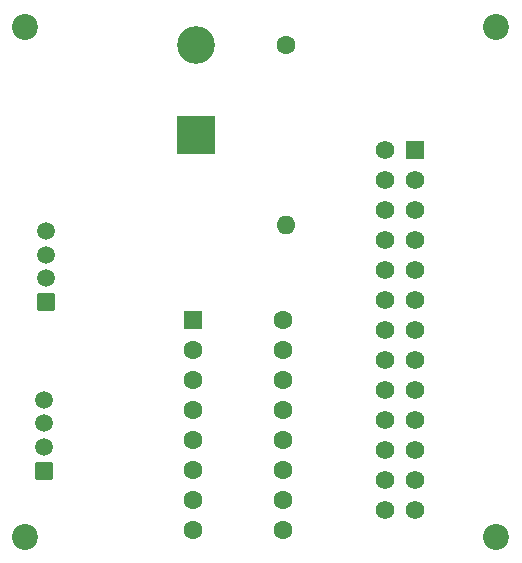
<source format=gbr>
%TF.GenerationSoftware,KiCad,Pcbnew,7.0.7*%
%TF.CreationDate,2025-03-27T10:25:25-07:00*%
%TF.ProjectId,lab7,6c616237-2e6b-4696-9361-645f70636258,rev?*%
%TF.SameCoordinates,Original*%
%TF.FileFunction,Soldermask,Bot*%
%TF.FilePolarity,Negative*%
%FSLAX46Y46*%
G04 Gerber Fmt 4.6, Leading zero omitted, Abs format (unit mm)*
G04 Created by KiCad (PCBNEW 7.0.7) date 2025-03-27 10:25:25*
%MOMM*%
%LPD*%
G01*
G04 APERTURE LIST*
G04 Aperture macros list*
%AMRoundRect*
0 Rectangle with rounded corners*
0 $1 Rounding radius*
0 $2 $3 $4 $5 $6 $7 $8 $9 X,Y pos of 4 corners*
0 Add a 4 corners polygon primitive as box body*
4,1,4,$2,$3,$4,$5,$6,$7,$8,$9,$2,$3,0*
0 Add four circle primitives for the rounded corners*
1,1,$1+$1,$2,$3*
1,1,$1+$1,$4,$5*
1,1,$1+$1,$6,$7*
1,1,$1+$1,$8,$9*
0 Add four rect primitives between the rounded corners*
20,1,$1+$1,$2,$3,$4,$5,0*
20,1,$1+$1,$4,$5,$6,$7,0*
20,1,$1+$1,$6,$7,$8,$9,0*
20,1,$1+$1,$8,$9,$2,$3,0*%
G04 Aperture macros list end*
%ADD10C,2.200000*%
%ADD11R,3.200000X3.200000*%
%ADD12O,3.200000X3.200000*%
%ADD13RoundRect,0.102000X0.654000X-0.654000X0.654000X0.654000X-0.654000X0.654000X-0.654000X-0.654000X0*%
%ADD14C,1.512000*%
%ADD15RoundRect,0.102000X-0.700000X0.700000X-0.700000X-0.700000X0.700000X-0.700000X0.700000X0.700000X0*%
%ADD16C,1.604000*%
%ADD17RoundRect,0.102000X-0.685000X0.685000X-0.685000X-0.685000X0.685000X-0.685000X0.685000X0.685000X0*%
%ADD18C,1.574000*%
%ADD19C,1.600000*%
%ADD20O,1.600000X1.600000*%
G04 APERTURE END LIST*
D10*
%TO.C,REF\u002A\u002A*%
X121920000Y-44196000D03*
%TD*%
%TO.C,REF\u002A\u002A*%
X82042000Y-87376000D03*
%TD*%
D11*
%TO.C,D1*%
X96520000Y-53340000D03*
D12*
X96520000Y-45720000D03*
%TD*%
D13*
%TO.C,J3*%
X83820000Y-67500000D03*
D14*
X83820000Y-65500000D03*
X83820000Y-63500000D03*
X83820000Y-61500000D03*
%TD*%
D10*
%TO.C,REF\u002A\u002A*%
X82042000Y-44196000D03*
%TD*%
D15*
%TO.C,U1*%
X96250000Y-69020000D03*
D16*
X96250000Y-71560000D03*
X96250000Y-74100000D03*
X96250000Y-76640000D03*
X96250000Y-79180000D03*
X96250000Y-81720000D03*
X96250000Y-84260000D03*
X96250000Y-86800000D03*
X103870000Y-86800000D03*
X103870000Y-84260000D03*
X103870000Y-81720000D03*
X103870000Y-79180000D03*
X103870000Y-76640000D03*
X103870000Y-74100000D03*
X103870000Y-71560000D03*
X103870000Y-69020000D03*
%TD*%
D17*
%TO.C,J2*%
X115062000Y-54610000D03*
D18*
X112522000Y-54610000D03*
X115062000Y-57150000D03*
X112522000Y-57150000D03*
X115062000Y-59690000D03*
X112522000Y-59690000D03*
X115062000Y-62230000D03*
X112522000Y-62230000D03*
X115062000Y-64770000D03*
X112522000Y-64770000D03*
X115062000Y-67310000D03*
X112522000Y-67310000D03*
X115062000Y-69850000D03*
X112522000Y-69850000D03*
X115062000Y-72390000D03*
X112522000Y-72390000D03*
X115062000Y-74930000D03*
X112522000Y-74930000D03*
X115062000Y-77470000D03*
X112522000Y-77470000D03*
X115062000Y-80010000D03*
X112522000Y-80010000D03*
X115062000Y-82550000D03*
X112522000Y-82550000D03*
X115062000Y-85090000D03*
X112522000Y-85090000D03*
%TD*%
D13*
%TO.C,J1*%
X83640000Y-81790000D03*
D14*
X83640000Y-79790000D03*
X83640000Y-77790000D03*
X83640000Y-75790000D03*
%TD*%
D19*
%TO.C,R1*%
X104140000Y-45720000D03*
D20*
X104140000Y-60960000D03*
%TD*%
D10*
%TO.C,REF\u002A\u002A*%
X121920000Y-87376000D03*
%TD*%
M02*

</source>
